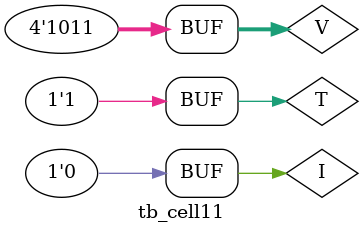
<source format=v>
`timescale 1ns / 10ps

module tb_cell11;
    reg [3:0]V = 4'b0000;
    reg T = 1'b0;
    reg I = 1'b0;

    wire [3:0]O;

    cell11 dut(V, T, I, O);

    initial begin
    
    #5 V <= 4'b0110;
    #5 I <= 1'b1;
    #5 I <= 1'b0;
    #5 T <= 1'b1;
    #5 V <= 4'b1010;
    #5 V <= 4'b1011;


    end
endmodule

</source>
